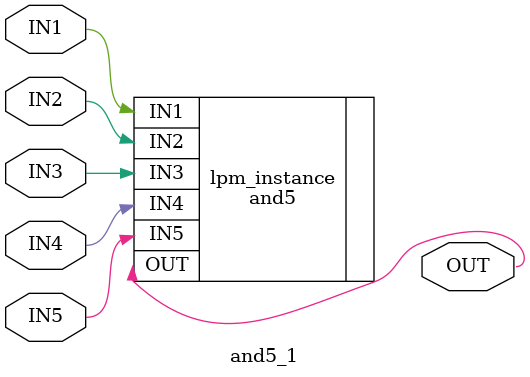
<source format=v>



module and5_1(IN3,IN2,IN1,IN5,IN4,OUT);
input IN3;
input IN2;
input IN1;
input IN5;
input IN4;
output OUT;

and5	lpm_instance(.IN3(IN3),.IN2(IN2),.IN1(IN1),.IN5(IN5),.IN4(IN4),.OUT(OUT));

endmodule

</source>
